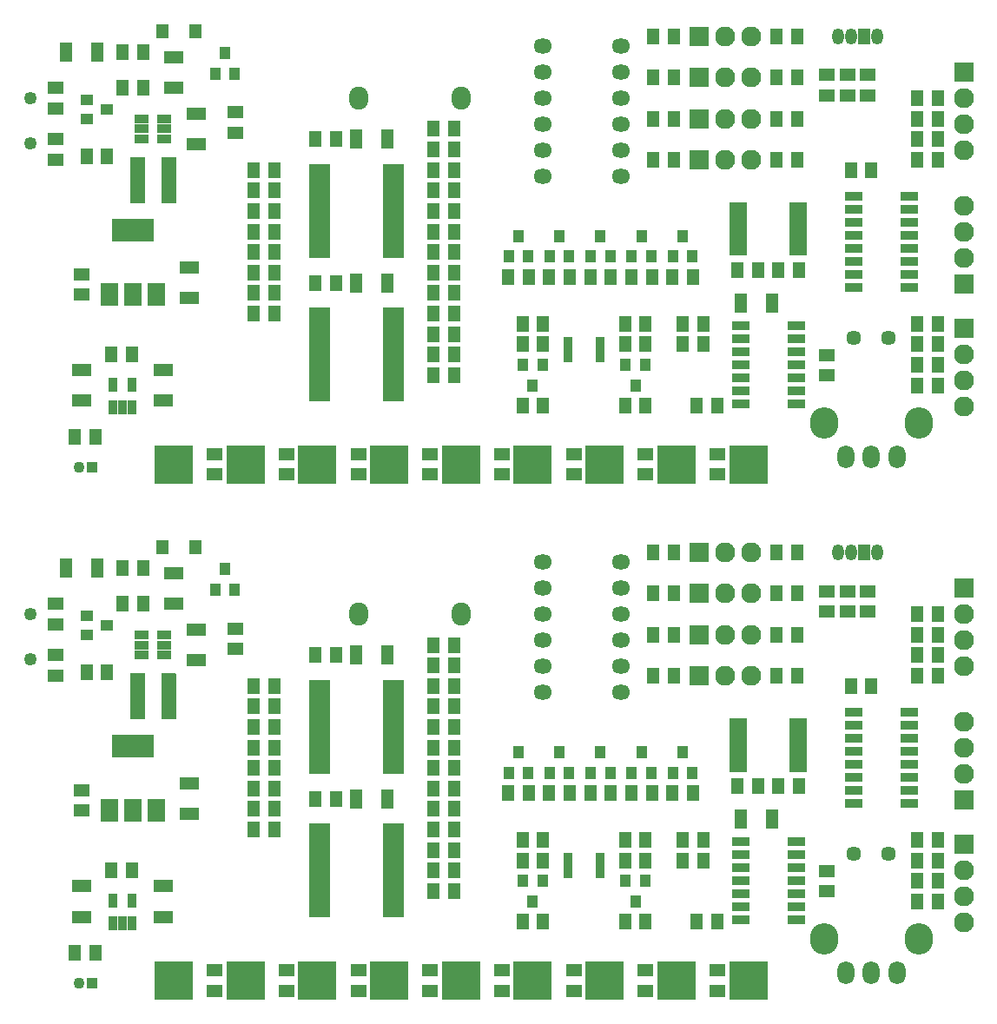
<source format=gbs>
G04 #@! TF.GenerationSoftware,KiCad,Pcbnew,no-vcs-found-7650~57~ubuntu14.04.1*
G04 #@! TF.CreationDate,2017-02-13T23:40:00+01:00*
G04 #@! TF.ProjectId,Wifi_PB_panel,576966695F50425F70616E656C2E6B69,V0.1*
G04 #@! TF.FileFunction,Soldermask,Bot*
G04 #@! TF.FilePolarity,Negative*
%FSLAX46Y46*%
G04 Gerber Fmt 4.6, Leading zero omitted, Abs format (unit mm)*
G04 Created by KiCad (PCBNEW no-vcs-found-7650~57~ubuntu14.04.1) date Mon Feb 13 23:40:00 2017*
%MOMM*%
%LPD*%
G01*
G04 APERTURE LIST*
%ADD10C,0.100000*%
%ADD11R,1.254000X1.554000*%
%ADD12R,1.554000X1.254000*%
%ADD13R,1.054000X1.154000*%
%ADD14R,1.854000X1.254000*%
%ADD15R,1.254000X1.504000*%
%ADD16R,1.504000X1.254000*%
%ADD17R,4.054000X2.254000*%
%ADD18R,1.754000X2.254000*%
%ADD19R,1.754000X0.854000*%
%ADD20R,0.904000X1.314000*%
%ADD21O,1.854000X2.254000*%
%ADD22R,1.164000X1.474000*%
%ADD23R,1.954000X1.954000*%
%ADD24O,1.954000X1.954000*%
%ADD25O,1.778000X1.454000*%
%ADD26O,1.154000X1.554000*%
%ADD27R,1.154000X1.554000*%
%ADD28C,1.454000*%
%ADD29R,1.754000X0.704000*%
%ADD30R,2.004000X0.704000*%
%ADD31R,1.154000X1.054000*%
%ADD32R,1.104000X1.104000*%
%ADD33C,1.104000*%
%ADD34R,3.754000X3.754000*%
%ADD35R,1.254000X1.854000*%
%ADD36O,2.754000X3.054000*%
%ADD37O,1.654000X2.254000*%
%ADD38R,0.904000X0.554000*%
%ADD39C,1.254000*%
%ADD40R,1.314000X0.904000*%
G04 APERTURE END LIST*
D10*
D11*
X114000000Y-86800000D03*
X116000000Y-86800000D03*
X114000000Y-90300000D03*
X116000000Y-90300000D03*
X112500000Y-97000000D03*
X110500000Y-97000000D03*
X191500000Y-93300000D03*
X193500000Y-93300000D03*
X191500000Y-119300000D03*
X193500000Y-119300000D03*
X163000000Y-121300000D03*
X165000000Y-121300000D03*
X193500000Y-97300000D03*
X191500000Y-97300000D03*
D12*
X107500000Y-92300000D03*
X107500000Y-90300000D03*
D11*
X146300000Y-94300000D03*
X144300000Y-94300000D03*
X155000000Y-115300000D03*
X153000000Y-115300000D03*
D13*
X169550000Y-106750000D03*
X167650000Y-106750000D03*
X168600000Y-104750000D03*
D14*
X121190000Y-95790000D03*
X121190000Y-92790000D03*
D15*
X191500000Y-95300000D03*
X193500000Y-95300000D03*
X134800000Y-109300000D03*
X132800000Y-109300000D03*
D16*
X110000000Y-110450000D03*
X110000000Y-108450000D03*
D11*
X155000000Y-121300000D03*
X153000000Y-121300000D03*
X165000000Y-115300000D03*
X163000000Y-115300000D03*
X144300000Y-100300000D03*
X146300000Y-100300000D03*
D17*
X115000000Y-104150000D03*
D18*
X115000000Y-110450000D03*
X112700000Y-110450000D03*
X117300000Y-110450000D03*
D11*
X146300000Y-104300000D03*
X144300000Y-104300000D03*
D14*
X110000000Y-117800000D03*
X110000000Y-120800000D03*
D12*
X158000000Y-128000000D03*
X158000000Y-126000000D03*
X151000000Y-126000000D03*
X151000000Y-128000000D03*
D19*
X185300000Y-109745000D03*
X185300000Y-108475000D03*
X185300000Y-107205000D03*
X185300000Y-105935000D03*
X185300000Y-104665000D03*
X185300000Y-103395000D03*
X185300000Y-102125000D03*
X185300000Y-100855000D03*
X190700000Y-100855000D03*
X190700000Y-102125000D03*
X190700000Y-103395000D03*
X190700000Y-104665000D03*
X190700000Y-105935000D03*
X190700000Y-107205000D03*
X190700000Y-108475000D03*
X190700000Y-109745000D03*
D20*
X114950000Y-121400000D03*
X114000000Y-121400000D03*
X113050000Y-121400000D03*
X113050000Y-119200000D03*
X114950000Y-119200000D03*
D11*
X170000000Y-121300000D03*
X172000000Y-121300000D03*
X167750000Y-85300000D03*
X165750000Y-85300000D03*
D12*
X107500000Y-95300000D03*
X107500000Y-97300000D03*
D21*
X137000000Y-91300000D03*
X147000000Y-91300000D03*
D13*
X161550000Y-106750000D03*
X159650000Y-106750000D03*
X160600000Y-104750000D03*
D15*
X134800000Y-95300000D03*
X132800000Y-95300000D03*
D22*
X121135000Y-84800000D03*
X117865000Y-84800000D03*
D23*
X170210000Y-89300000D03*
D24*
X172750000Y-89300000D03*
X175290000Y-89300000D03*
D11*
X175951854Y-108049480D03*
X173951854Y-108049480D03*
X146300000Y-118300000D03*
X144300000Y-118300000D03*
X144300000Y-114300000D03*
X146300000Y-114300000D03*
D12*
X172000000Y-128000000D03*
X172000000Y-126000000D03*
X165000000Y-126000000D03*
X165000000Y-128000000D03*
D11*
X128800000Y-104300000D03*
X126800000Y-104300000D03*
X126800000Y-102300000D03*
X128800000Y-102300000D03*
D25*
X162620000Y-98920000D03*
X162620000Y-96380000D03*
X162620000Y-93840000D03*
X162620000Y-91300000D03*
X162620000Y-88760000D03*
X162620000Y-86220000D03*
X155000000Y-98920000D03*
X155000000Y-96380000D03*
X155000000Y-93840000D03*
X155000000Y-91300000D03*
X155000000Y-88760000D03*
X155000000Y-86220000D03*
D26*
X187540000Y-85300000D03*
X183730000Y-85300000D03*
D27*
X186270000Y-85300000D03*
D26*
X185000000Y-85300000D03*
D10*
G36*
X116161426Y-97073350D02*
X116168483Y-97074397D01*
X116175404Y-97076130D01*
X116182121Y-97078534D01*
X116188571Y-97081584D01*
X116194690Y-97085252D01*
X116200420Y-97089502D01*
X116205707Y-97094293D01*
X116210498Y-97099580D01*
X116214748Y-97105310D01*
X116218416Y-97111429D01*
X116221466Y-97117879D01*
X116223870Y-97124596D01*
X116225603Y-97131517D01*
X116226650Y-97138574D01*
X116227000Y-97145700D01*
X116227000Y-101454300D01*
X116226650Y-101461426D01*
X116225603Y-101468483D01*
X116223870Y-101475404D01*
X116221466Y-101482121D01*
X116218416Y-101488571D01*
X116214748Y-101494690D01*
X116210498Y-101500420D01*
X116205707Y-101505707D01*
X116200420Y-101510498D01*
X116194690Y-101514748D01*
X116188571Y-101518416D01*
X116182121Y-101521466D01*
X116175404Y-101523870D01*
X116168483Y-101525603D01*
X116161426Y-101526650D01*
X116154300Y-101527000D01*
X114845700Y-101527000D01*
X114838574Y-101526650D01*
X114831517Y-101525603D01*
X114824596Y-101523870D01*
X114817879Y-101521466D01*
X114811429Y-101518416D01*
X114805310Y-101514748D01*
X114799580Y-101510498D01*
X114794293Y-101505707D01*
X114789502Y-101500420D01*
X114785252Y-101494690D01*
X114781584Y-101488571D01*
X114778534Y-101482121D01*
X114776130Y-101475404D01*
X114774397Y-101468483D01*
X114773350Y-101461426D01*
X114773000Y-101454300D01*
X114773000Y-97145700D01*
X114773350Y-97138574D01*
X114774397Y-97131517D01*
X114776130Y-97124596D01*
X114778534Y-97117879D01*
X114781584Y-97111429D01*
X114785252Y-97105310D01*
X114789502Y-97099580D01*
X114794293Y-97094293D01*
X114799580Y-97089502D01*
X114805310Y-97085252D01*
X114811429Y-97081584D01*
X114817879Y-97078534D01*
X114824596Y-97076130D01*
X114831517Y-97074397D01*
X114838574Y-97073350D01*
X114845700Y-97073000D01*
X116154300Y-97073000D01*
X116161426Y-97073350D01*
X116161426Y-97073350D01*
G37*
D28*
X115500000Y-99300000D03*
D10*
G36*
X119161426Y-97073350D02*
X119168483Y-97074397D01*
X119175404Y-97076130D01*
X119182121Y-97078534D01*
X119188571Y-97081584D01*
X119194690Y-97085252D01*
X119200420Y-97089502D01*
X119205707Y-97094293D01*
X119210498Y-97099580D01*
X119214748Y-97105310D01*
X119218416Y-97111429D01*
X119221466Y-97117879D01*
X119223870Y-97124596D01*
X119225603Y-97131517D01*
X119226650Y-97138574D01*
X119227000Y-97145700D01*
X119227000Y-101454300D01*
X119226650Y-101461426D01*
X119225603Y-101468483D01*
X119223870Y-101475404D01*
X119221466Y-101482121D01*
X119218416Y-101488571D01*
X119214748Y-101494690D01*
X119210498Y-101500420D01*
X119205707Y-101505707D01*
X119200420Y-101510498D01*
X119194690Y-101514748D01*
X119188571Y-101518416D01*
X119182121Y-101521466D01*
X119175404Y-101523870D01*
X119168483Y-101525603D01*
X119161426Y-101526650D01*
X119154300Y-101527000D01*
X117845700Y-101527000D01*
X117838574Y-101526650D01*
X117831517Y-101525603D01*
X117824596Y-101523870D01*
X117817879Y-101521466D01*
X117811429Y-101518416D01*
X117805310Y-101514748D01*
X117799580Y-101510498D01*
X117794293Y-101505707D01*
X117789502Y-101500420D01*
X117785252Y-101494690D01*
X117781584Y-101488571D01*
X117778534Y-101482121D01*
X117776130Y-101475404D01*
X117774397Y-101468483D01*
X117773350Y-101461426D01*
X117773000Y-101454300D01*
X117773000Y-97145700D01*
X117773350Y-97138574D01*
X117774397Y-97131517D01*
X117776130Y-97124596D01*
X117778534Y-97117879D01*
X117781584Y-97111429D01*
X117785252Y-97105310D01*
X117789502Y-97099580D01*
X117794293Y-97094293D01*
X117799580Y-97089502D01*
X117805310Y-97085252D01*
X117811429Y-97081584D01*
X117817879Y-97078534D01*
X117824596Y-97076130D01*
X117831517Y-97074397D01*
X117838574Y-97073350D01*
X117845700Y-97073000D01*
X119154300Y-97073000D01*
X119161426Y-97073350D01*
X119161426Y-97073350D01*
G37*
D28*
X118500000Y-99300000D03*
D29*
X174001854Y-106324480D03*
X174001854Y-105674480D03*
X174001854Y-105024480D03*
X174001854Y-104374480D03*
X174001854Y-103724480D03*
X174001854Y-103074480D03*
X174001854Y-102424480D03*
X174001854Y-101774480D03*
X179901854Y-101774480D03*
X179901854Y-102424480D03*
X179901854Y-103074480D03*
X179901854Y-103724480D03*
X179901854Y-104374480D03*
X179901854Y-105024480D03*
X179901854Y-105674480D03*
X179901854Y-106324480D03*
D23*
X196000000Y-88760000D03*
D24*
X196000000Y-91300000D03*
X196000000Y-93840000D03*
X196000000Y-96380000D03*
D30*
X133200000Y-106525000D03*
X133200000Y-105875000D03*
X133200000Y-105225000D03*
X133200000Y-104575000D03*
X133200000Y-103925000D03*
X133200000Y-103275000D03*
X133200000Y-102625000D03*
X133200000Y-101975000D03*
X133200000Y-101325000D03*
X133200000Y-100675000D03*
X133200000Y-100025000D03*
X133200000Y-99375000D03*
X133200000Y-98725000D03*
X133200000Y-98075000D03*
X140400000Y-98075000D03*
X140400000Y-98725000D03*
X140400000Y-99375000D03*
X140400000Y-100025000D03*
X140400000Y-100675000D03*
X140400000Y-101325000D03*
X140400000Y-101975000D03*
X140400000Y-102625000D03*
X140400000Y-103275000D03*
X140400000Y-103925000D03*
X140400000Y-104575000D03*
X140400000Y-105225000D03*
X140400000Y-105875000D03*
X140400000Y-106525000D03*
D13*
X164000000Y-119300000D03*
X164950000Y-117300000D03*
X163050000Y-117300000D03*
D31*
X110500000Y-93350000D03*
X110500000Y-91450000D03*
X112500000Y-92400000D03*
D11*
X159600000Y-108750000D03*
X161600000Y-108750000D03*
X144300000Y-108300000D03*
X146300000Y-108300000D03*
D23*
X170210000Y-97300000D03*
D24*
X172750000Y-97300000D03*
X175290000Y-97300000D03*
D12*
X184650000Y-91050000D03*
X184650000Y-89050000D03*
X182650000Y-91050000D03*
X182650000Y-89050000D03*
X124990000Y-94690000D03*
X124990000Y-92690000D03*
D14*
X119000000Y-87300000D03*
X119000000Y-90300000D03*
D13*
X164600000Y-104750000D03*
X163650000Y-106750000D03*
X165550000Y-106750000D03*
D11*
X165600000Y-108750000D03*
X163600000Y-108750000D03*
X128800000Y-100300000D03*
X126800000Y-100300000D03*
D15*
X187000000Y-98300000D03*
X185000000Y-98300000D03*
X193500000Y-113300000D03*
X191500000Y-113300000D03*
X170600000Y-115300000D03*
X168600000Y-115300000D03*
D12*
X144000000Y-128000000D03*
X144000000Y-126000000D03*
D32*
X111000000Y-127300000D03*
D33*
X109750000Y-127300000D03*
D15*
X168600000Y-113300000D03*
X170600000Y-113300000D03*
D34*
X126000000Y-127000000D03*
D11*
X153600000Y-108750000D03*
X151600000Y-108750000D03*
X144300000Y-106300000D03*
X146300000Y-106300000D03*
D15*
X191500000Y-117300000D03*
X193500000Y-117300000D03*
D11*
X193500000Y-115300000D03*
X191500000Y-115300000D03*
D34*
X147000000Y-127000000D03*
X140000000Y-127000000D03*
X133000000Y-127000000D03*
X154000000Y-127000000D03*
D30*
X140400000Y-120525000D03*
X140400000Y-119875000D03*
X140400000Y-119225000D03*
X140400000Y-118575000D03*
X140400000Y-117925000D03*
X140400000Y-117275000D03*
X140400000Y-116625000D03*
X140400000Y-115975000D03*
X140400000Y-115325000D03*
X140400000Y-114675000D03*
X140400000Y-114025000D03*
X140400000Y-113375000D03*
X140400000Y-112725000D03*
X140400000Y-112075000D03*
X133200000Y-112075000D03*
X133200000Y-112725000D03*
X133200000Y-113375000D03*
X133200000Y-114025000D03*
X133200000Y-114675000D03*
X133200000Y-115325000D03*
X133200000Y-115975000D03*
X133200000Y-116625000D03*
X133200000Y-117275000D03*
X133200000Y-117925000D03*
X133200000Y-118575000D03*
X133200000Y-119225000D03*
X133200000Y-119875000D03*
X133200000Y-120525000D03*
D11*
X126800000Y-110300000D03*
X128800000Y-110300000D03*
X128800000Y-112300000D03*
X126800000Y-112300000D03*
X128800000Y-98300000D03*
X126800000Y-98300000D03*
X144300000Y-116300000D03*
X146300000Y-116300000D03*
D13*
X153050000Y-117300000D03*
X154950000Y-117300000D03*
X154000000Y-119300000D03*
X152600000Y-104750000D03*
X151650000Y-106750000D03*
X153550000Y-106750000D03*
D28*
X185280000Y-114660000D03*
X188680000Y-114660000D03*
D15*
X153000000Y-113300000D03*
X155000000Y-113300000D03*
D13*
X124950000Y-88900000D03*
X123050000Y-88900000D03*
X124000000Y-86900000D03*
D15*
X191500000Y-91300000D03*
X193500000Y-91300000D03*
D24*
X175290000Y-93300000D03*
X172750000Y-93300000D03*
D23*
X170210000Y-93300000D03*
D35*
X177300000Y-111280000D03*
X174300000Y-111280000D03*
D11*
X128800000Y-108300000D03*
X126800000Y-108300000D03*
D19*
X179700000Y-113490000D03*
X179700000Y-114760000D03*
X179700000Y-116030000D03*
X179700000Y-117300000D03*
X179700000Y-118570000D03*
X179700000Y-119840000D03*
X179700000Y-121110000D03*
X174300000Y-121110000D03*
X174300000Y-119840000D03*
X174300000Y-118570000D03*
X174300000Y-117300000D03*
X174300000Y-116030000D03*
X174300000Y-114760000D03*
X174300000Y-113490000D03*
D35*
X108500000Y-86800000D03*
X111500000Y-86800000D03*
D11*
X146300000Y-110300000D03*
X144300000Y-110300000D03*
D15*
X179951854Y-108049480D03*
X177951854Y-108049480D03*
D14*
X120500000Y-107800000D03*
X120500000Y-110800000D03*
D23*
X196000000Y-109400000D03*
D24*
X196000000Y-106860000D03*
X196000000Y-104320000D03*
X196000000Y-101780000D03*
D15*
X165000000Y-113300000D03*
X163000000Y-113300000D03*
X179750000Y-85300000D03*
X177750000Y-85300000D03*
X177750000Y-89300000D03*
X179750000Y-89300000D03*
D36*
X191600000Y-123000000D03*
X182400000Y-123000000D03*
D37*
X189500000Y-126300000D03*
X184500000Y-126300000D03*
X187000000Y-126300000D03*
D14*
X118000000Y-117800000D03*
X118000000Y-120800000D03*
D15*
X179750000Y-93300000D03*
X177750000Y-93300000D03*
D12*
X123000000Y-126000000D03*
X123000000Y-128000000D03*
D11*
X165750000Y-97300000D03*
X167750000Y-97300000D03*
X126800000Y-106300000D03*
X128800000Y-106300000D03*
D24*
X175290000Y-85300000D03*
X172750000Y-85300000D03*
D23*
X170210000Y-85300000D03*
D11*
X109340000Y-124300000D03*
X111340000Y-124300000D03*
X112900000Y-116300000D03*
X114900000Y-116300000D03*
X144300000Y-96300000D03*
X146300000Y-96300000D03*
X155600000Y-108750000D03*
X157600000Y-108750000D03*
D13*
X156600000Y-104750000D03*
X155650000Y-106750000D03*
X157550000Y-106750000D03*
D38*
X160550000Y-114800000D03*
X160550000Y-115300000D03*
X160550000Y-115800000D03*
X160550000Y-116300000D03*
X160550000Y-116800000D03*
X157450000Y-116800000D03*
X157450000Y-116300000D03*
X157450000Y-115800000D03*
X157450000Y-115300000D03*
X157450000Y-114800000D03*
D15*
X177750000Y-97300000D03*
X179750000Y-97300000D03*
D35*
X136800000Y-95300000D03*
X139800000Y-95300000D03*
D11*
X146300000Y-112300000D03*
X144300000Y-112300000D03*
X146300000Y-102300000D03*
X144300000Y-102300000D03*
X146300000Y-98300000D03*
X144300000Y-98300000D03*
D24*
X196000000Y-121380000D03*
X196000000Y-118840000D03*
X196000000Y-116300000D03*
D23*
X196000000Y-113760000D03*
D34*
X119000000Y-127000000D03*
D12*
X137000000Y-126000000D03*
X137000000Y-128000000D03*
X130000000Y-128000000D03*
X130000000Y-126000000D03*
D39*
X105000000Y-95700000D03*
X105000000Y-91300000D03*
D35*
X139800000Y-109300000D03*
X136800000Y-109300000D03*
D12*
X186650000Y-89050000D03*
X186650000Y-91050000D03*
X182670000Y-116340000D03*
X182670000Y-118340000D03*
D40*
X115900000Y-95250000D03*
X115900000Y-94300000D03*
X115900000Y-93350000D03*
X118100000Y-93350000D03*
X118100000Y-95250000D03*
X118100000Y-94300000D03*
D34*
X175000000Y-127000000D03*
X168000000Y-127000000D03*
X161000000Y-127000000D03*
D11*
X167750000Y-93300000D03*
X165750000Y-93300000D03*
X165750000Y-89300000D03*
X167750000Y-89300000D03*
X169600000Y-108750000D03*
X167600000Y-108750000D03*
D40*
X118100000Y-44000000D03*
X118100000Y-44950000D03*
X118100000Y-43050000D03*
X115900000Y-43050000D03*
X115900000Y-44000000D03*
X115900000Y-44950000D03*
D30*
X140400000Y-56225000D03*
X140400000Y-55575000D03*
X140400000Y-54925000D03*
X140400000Y-54275000D03*
X140400000Y-53625000D03*
X140400000Y-52975000D03*
X140400000Y-52325000D03*
X140400000Y-51675000D03*
X140400000Y-51025000D03*
X140400000Y-50375000D03*
X140400000Y-49725000D03*
X140400000Y-49075000D03*
X140400000Y-48425000D03*
X140400000Y-47775000D03*
X133200000Y-47775000D03*
X133200000Y-48425000D03*
X133200000Y-49075000D03*
X133200000Y-49725000D03*
X133200000Y-50375000D03*
X133200000Y-51025000D03*
X133200000Y-51675000D03*
X133200000Y-52325000D03*
X133200000Y-52975000D03*
X133200000Y-53625000D03*
X133200000Y-54275000D03*
X133200000Y-54925000D03*
X133200000Y-55575000D03*
X133200000Y-56225000D03*
X133200000Y-70225000D03*
X133200000Y-69575000D03*
X133200000Y-68925000D03*
X133200000Y-68275000D03*
X133200000Y-67625000D03*
X133200000Y-66975000D03*
X133200000Y-66325000D03*
X133200000Y-65675000D03*
X133200000Y-65025000D03*
X133200000Y-64375000D03*
X133200000Y-63725000D03*
X133200000Y-63075000D03*
X133200000Y-62425000D03*
X133200000Y-61775000D03*
X140400000Y-61775000D03*
X140400000Y-62425000D03*
X140400000Y-63075000D03*
X140400000Y-63725000D03*
X140400000Y-64375000D03*
X140400000Y-65025000D03*
X140400000Y-65675000D03*
X140400000Y-66325000D03*
X140400000Y-66975000D03*
X140400000Y-67625000D03*
X140400000Y-68275000D03*
X140400000Y-68925000D03*
X140400000Y-69575000D03*
X140400000Y-70225000D03*
D38*
X157450000Y-64500000D03*
X157450000Y-65000000D03*
X157450000Y-65500000D03*
X157450000Y-66000000D03*
X157450000Y-66500000D03*
X160550000Y-66500000D03*
X160550000Y-66000000D03*
X160550000Y-65500000D03*
X160550000Y-65000000D03*
X160550000Y-64500000D03*
D29*
X179901854Y-56024480D03*
X179901854Y-55374480D03*
X179901854Y-54724480D03*
X179901854Y-54074480D03*
X179901854Y-53424480D03*
X179901854Y-52774480D03*
X179901854Y-52124480D03*
X179901854Y-51474480D03*
X174001854Y-51474480D03*
X174001854Y-52124480D03*
X174001854Y-52774480D03*
X174001854Y-53424480D03*
X174001854Y-54074480D03*
X174001854Y-54724480D03*
X174001854Y-55374480D03*
X174001854Y-56024480D03*
D19*
X174300000Y-63190000D03*
X174300000Y-64460000D03*
X174300000Y-65730000D03*
X174300000Y-67000000D03*
X174300000Y-68270000D03*
X174300000Y-69540000D03*
X174300000Y-70810000D03*
X179700000Y-70810000D03*
X179700000Y-69540000D03*
X179700000Y-68270000D03*
X179700000Y-67000000D03*
X179700000Y-65730000D03*
X179700000Y-64460000D03*
X179700000Y-63190000D03*
X190700000Y-59445000D03*
X190700000Y-58175000D03*
X190700000Y-56905000D03*
X190700000Y-55635000D03*
X190700000Y-54365000D03*
X190700000Y-53095000D03*
X190700000Y-51825000D03*
X190700000Y-50555000D03*
X185300000Y-50555000D03*
X185300000Y-51825000D03*
X185300000Y-53095000D03*
X185300000Y-54365000D03*
X185300000Y-55635000D03*
X185300000Y-56905000D03*
X185300000Y-58175000D03*
X185300000Y-59445000D03*
D25*
X155000000Y-35920000D03*
X155000000Y-38460000D03*
X155000000Y-41000000D03*
X155000000Y-43540000D03*
X155000000Y-46080000D03*
X155000000Y-48620000D03*
X162620000Y-35920000D03*
X162620000Y-38460000D03*
X162620000Y-41000000D03*
X162620000Y-43540000D03*
X162620000Y-46080000D03*
X162620000Y-48620000D03*
D21*
X147000000Y-41000000D03*
X137000000Y-41000000D03*
D14*
X110000000Y-70500000D03*
X110000000Y-67500000D03*
D16*
X110000000Y-58150000D03*
X110000000Y-60150000D03*
D14*
X120500000Y-60500000D03*
X120500000Y-57500000D03*
X118000000Y-70500000D03*
X118000000Y-67500000D03*
D35*
X111500000Y-36500000D03*
X108500000Y-36500000D03*
D15*
X155000000Y-63000000D03*
X153000000Y-63000000D03*
X163000000Y-63000000D03*
X165000000Y-63000000D03*
D35*
X139800000Y-45000000D03*
X136800000Y-45000000D03*
X136800000Y-59000000D03*
X139800000Y-59000000D03*
D15*
X132800000Y-45000000D03*
X134800000Y-45000000D03*
X132800000Y-59000000D03*
X134800000Y-59000000D03*
X168600000Y-65000000D03*
X170600000Y-65000000D03*
X170600000Y-63000000D03*
X168600000Y-63000000D03*
D35*
X174300000Y-60980000D03*
X177300000Y-60980000D03*
D15*
X177951854Y-57749480D03*
X179951854Y-57749480D03*
X177750000Y-35000000D03*
X179750000Y-35000000D03*
X179750000Y-39000000D03*
X177750000Y-39000000D03*
X177750000Y-43000000D03*
X179750000Y-43000000D03*
X179750000Y-47000000D03*
X177750000Y-47000000D03*
X191500000Y-63000000D03*
X193500000Y-63000000D03*
X185000000Y-48000000D03*
X187000000Y-48000000D03*
X193500000Y-67000000D03*
X191500000Y-67000000D03*
X193500000Y-41000000D03*
X191500000Y-41000000D03*
X193500000Y-45000000D03*
X191500000Y-45000000D03*
D14*
X121190000Y-42490000D03*
X121190000Y-45490000D03*
X119000000Y-40000000D03*
X119000000Y-37000000D03*
D10*
G36*
X119161426Y-46773350D02*
X119168483Y-46774397D01*
X119175404Y-46776130D01*
X119182121Y-46778534D01*
X119188571Y-46781584D01*
X119194690Y-46785252D01*
X119200420Y-46789502D01*
X119205707Y-46794293D01*
X119210498Y-46799580D01*
X119214748Y-46805310D01*
X119218416Y-46811429D01*
X119221466Y-46817879D01*
X119223870Y-46824596D01*
X119225603Y-46831517D01*
X119226650Y-46838574D01*
X119227000Y-46845700D01*
X119227000Y-51154300D01*
X119226650Y-51161426D01*
X119225603Y-51168483D01*
X119223870Y-51175404D01*
X119221466Y-51182121D01*
X119218416Y-51188571D01*
X119214748Y-51194690D01*
X119210498Y-51200420D01*
X119205707Y-51205707D01*
X119200420Y-51210498D01*
X119194690Y-51214748D01*
X119188571Y-51218416D01*
X119182121Y-51221466D01*
X119175404Y-51223870D01*
X119168483Y-51225603D01*
X119161426Y-51226650D01*
X119154300Y-51227000D01*
X117845700Y-51227000D01*
X117838574Y-51226650D01*
X117831517Y-51225603D01*
X117824596Y-51223870D01*
X117817879Y-51221466D01*
X117811429Y-51218416D01*
X117805310Y-51214748D01*
X117799580Y-51210498D01*
X117794293Y-51205707D01*
X117789502Y-51200420D01*
X117785252Y-51194690D01*
X117781584Y-51188571D01*
X117778534Y-51182121D01*
X117776130Y-51175404D01*
X117774397Y-51168483D01*
X117773350Y-51161426D01*
X117773000Y-51154300D01*
X117773000Y-46845700D01*
X117773350Y-46838574D01*
X117774397Y-46831517D01*
X117776130Y-46824596D01*
X117778534Y-46817879D01*
X117781584Y-46811429D01*
X117785252Y-46805310D01*
X117789502Y-46799580D01*
X117794293Y-46794293D01*
X117799580Y-46789502D01*
X117805310Y-46785252D01*
X117811429Y-46781584D01*
X117817879Y-46778534D01*
X117824596Y-46776130D01*
X117831517Y-46774397D01*
X117838574Y-46773350D01*
X117845700Y-46773000D01*
X119154300Y-46773000D01*
X119161426Y-46773350D01*
X119161426Y-46773350D01*
G37*
D28*
X118500000Y-49000000D03*
D10*
G36*
X116161426Y-46773350D02*
X116168483Y-46774397D01*
X116175404Y-46776130D01*
X116182121Y-46778534D01*
X116188571Y-46781584D01*
X116194690Y-46785252D01*
X116200420Y-46789502D01*
X116205707Y-46794293D01*
X116210498Y-46799580D01*
X116214748Y-46805310D01*
X116218416Y-46811429D01*
X116221466Y-46817879D01*
X116223870Y-46824596D01*
X116225603Y-46831517D01*
X116226650Y-46838574D01*
X116227000Y-46845700D01*
X116227000Y-51154300D01*
X116226650Y-51161426D01*
X116225603Y-51168483D01*
X116223870Y-51175404D01*
X116221466Y-51182121D01*
X116218416Y-51188571D01*
X116214748Y-51194690D01*
X116210498Y-51200420D01*
X116205707Y-51205707D01*
X116200420Y-51210498D01*
X116194690Y-51214748D01*
X116188571Y-51218416D01*
X116182121Y-51221466D01*
X116175404Y-51223870D01*
X116168483Y-51225603D01*
X116161426Y-51226650D01*
X116154300Y-51227000D01*
X114845700Y-51227000D01*
X114838574Y-51226650D01*
X114831517Y-51225603D01*
X114824596Y-51223870D01*
X114817879Y-51221466D01*
X114811429Y-51218416D01*
X114805310Y-51214748D01*
X114799580Y-51210498D01*
X114794293Y-51205707D01*
X114789502Y-51200420D01*
X114785252Y-51194690D01*
X114781584Y-51188571D01*
X114778534Y-51182121D01*
X114776130Y-51175404D01*
X114774397Y-51168483D01*
X114773350Y-51161426D01*
X114773000Y-51154300D01*
X114773000Y-46845700D01*
X114773350Y-46838574D01*
X114774397Y-46831517D01*
X114776130Y-46824596D01*
X114778534Y-46817879D01*
X114781584Y-46811429D01*
X114785252Y-46805310D01*
X114789502Y-46799580D01*
X114794293Y-46794293D01*
X114799580Y-46789502D01*
X114805310Y-46785252D01*
X114811429Y-46781584D01*
X114817879Y-46778534D01*
X114824596Y-46776130D01*
X114831517Y-46774397D01*
X114838574Y-46773350D01*
X114845700Y-46773000D01*
X116154300Y-46773000D01*
X116161426Y-46773350D01*
X116161426Y-46773350D01*
G37*
D28*
X115500000Y-49000000D03*
D26*
X185000000Y-35000000D03*
D27*
X186270000Y-35000000D03*
D26*
X183730000Y-35000000D03*
X187540000Y-35000000D03*
D23*
X170210000Y-35000000D03*
D24*
X172750000Y-35000000D03*
X175290000Y-35000000D03*
X175290000Y-39000000D03*
X172750000Y-39000000D03*
D23*
X170210000Y-39000000D03*
X170210000Y-43000000D03*
D24*
X172750000Y-43000000D03*
X175290000Y-43000000D03*
X175290000Y-47000000D03*
X172750000Y-47000000D03*
D23*
X170210000Y-47000000D03*
D34*
X126000000Y-76700000D03*
X133000000Y-76700000D03*
X140000000Y-76700000D03*
X147000000Y-76700000D03*
X119000000Y-76700000D03*
D23*
X196000000Y-63460000D03*
D24*
X196000000Y-66000000D03*
X196000000Y-68540000D03*
X196000000Y-71080000D03*
X196000000Y-46080000D03*
X196000000Y-43540000D03*
X196000000Y-41000000D03*
D23*
X196000000Y-38460000D03*
D34*
X154000000Y-76700000D03*
X161000000Y-76700000D03*
X168000000Y-76700000D03*
X175000000Y-76700000D03*
D13*
X154000000Y-69000000D03*
X154950000Y-67000000D03*
X153050000Y-67000000D03*
X163050000Y-67000000D03*
X164950000Y-67000000D03*
X164000000Y-69000000D03*
X153550000Y-56450000D03*
X151650000Y-56450000D03*
X152600000Y-54450000D03*
X157550000Y-56450000D03*
X155650000Y-56450000D03*
X156600000Y-54450000D03*
X160600000Y-54450000D03*
X159650000Y-56450000D03*
X161550000Y-56450000D03*
X165550000Y-56450000D03*
X163650000Y-56450000D03*
X164600000Y-54450000D03*
X168600000Y-54450000D03*
X167650000Y-56450000D03*
X169550000Y-56450000D03*
D31*
X112500000Y-42100000D03*
X110500000Y-41150000D03*
X110500000Y-43050000D03*
D13*
X124000000Y-36600000D03*
X123050000Y-38600000D03*
X124950000Y-38600000D03*
D11*
X111340000Y-74000000D03*
X109340000Y-74000000D03*
X114900000Y-66000000D03*
X112900000Y-66000000D03*
X153000000Y-65000000D03*
X155000000Y-65000000D03*
X163000000Y-65000000D03*
X165000000Y-65000000D03*
X153000000Y-71000000D03*
X155000000Y-71000000D03*
X165000000Y-71000000D03*
X163000000Y-71000000D03*
X173951854Y-57749480D03*
X175951854Y-57749480D03*
X165750000Y-35000000D03*
X167750000Y-35000000D03*
X167750000Y-39000000D03*
X165750000Y-39000000D03*
X165750000Y-43000000D03*
X167750000Y-43000000D03*
X167750000Y-47000000D03*
X165750000Y-47000000D03*
X144300000Y-60000000D03*
X146300000Y-60000000D03*
X126800000Y-62000000D03*
X128800000Y-62000000D03*
X128800000Y-60000000D03*
X126800000Y-60000000D03*
X126800000Y-58000000D03*
X128800000Y-58000000D03*
X128800000Y-56000000D03*
X126800000Y-56000000D03*
X144300000Y-48000000D03*
X146300000Y-48000000D03*
X144300000Y-52000000D03*
X146300000Y-52000000D03*
X146300000Y-56000000D03*
X144300000Y-56000000D03*
X151600000Y-58450000D03*
X153600000Y-58450000D03*
X157600000Y-58450000D03*
X155600000Y-58450000D03*
X146300000Y-46000000D03*
X144300000Y-46000000D03*
X146300000Y-50000000D03*
X144300000Y-50000000D03*
X144300000Y-54000000D03*
X146300000Y-54000000D03*
X146300000Y-58000000D03*
X144300000Y-58000000D03*
X161600000Y-58450000D03*
X159600000Y-58450000D03*
X163600000Y-58450000D03*
X165600000Y-58450000D03*
X167600000Y-58450000D03*
X169600000Y-58450000D03*
X146300000Y-66000000D03*
X144300000Y-66000000D03*
X126800000Y-48000000D03*
X128800000Y-48000000D03*
X126800000Y-50000000D03*
X128800000Y-50000000D03*
X128800000Y-52000000D03*
X126800000Y-52000000D03*
X126800000Y-54000000D03*
X128800000Y-54000000D03*
D12*
X123000000Y-77700000D03*
X123000000Y-75700000D03*
X130000000Y-75700000D03*
X130000000Y-77700000D03*
X137000000Y-77700000D03*
X137000000Y-75700000D03*
X144000000Y-75700000D03*
X144000000Y-77700000D03*
D11*
X191500000Y-65000000D03*
X193500000Y-65000000D03*
X193500000Y-69000000D03*
X191500000Y-69000000D03*
X193500000Y-43000000D03*
X191500000Y-43000000D03*
X191500000Y-47000000D03*
X193500000Y-47000000D03*
X144300000Y-44000000D03*
X146300000Y-44000000D03*
D12*
X107500000Y-40000000D03*
X107500000Y-42000000D03*
X107500000Y-47000000D03*
X107500000Y-45000000D03*
D11*
X110500000Y-46700000D03*
X112500000Y-46700000D03*
X116000000Y-40000000D03*
X114000000Y-40000000D03*
X116000000Y-36500000D03*
X114000000Y-36500000D03*
D12*
X124990000Y-42390000D03*
X124990000Y-44390000D03*
D11*
X144300000Y-62000000D03*
X146300000Y-62000000D03*
X146300000Y-64000000D03*
X144300000Y-64000000D03*
X144300000Y-68000000D03*
X146300000Y-68000000D03*
D12*
X186650000Y-40750000D03*
X186650000Y-38750000D03*
X182650000Y-38750000D03*
X182650000Y-40750000D03*
X184650000Y-38750000D03*
X184650000Y-40750000D03*
X151000000Y-77700000D03*
X151000000Y-75700000D03*
X158000000Y-75700000D03*
X158000000Y-77700000D03*
X165000000Y-77700000D03*
X165000000Y-75700000D03*
X172000000Y-75700000D03*
X172000000Y-77700000D03*
D37*
X187000000Y-76000000D03*
X184500000Y-76000000D03*
X189500000Y-76000000D03*
D36*
X182400000Y-72700000D03*
X191600000Y-72700000D03*
D20*
X114950000Y-68900000D03*
X113050000Y-68900000D03*
X113050000Y-71100000D03*
X114000000Y-71100000D03*
X114950000Y-71100000D03*
D18*
X117300000Y-60150000D03*
X112700000Y-60150000D03*
X115000000Y-60150000D03*
D17*
X115000000Y-53850000D03*
D22*
X117865000Y-34500000D03*
X121135000Y-34500000D03*
D39*
X105000000Y-41000000D03*
X105000000Y-45400000D03*
D33*
X109750000Y-77000000D03*
D32*
X111000000Y-77000000D03*
D24*
X196000000Y-51480000D03*
X196000000Y-54020000D03*
X196000000Y-56560000D03*
D23*
X196000000Y-59100000D03*
D28*
X188680000Y-64360000D03*
X185280000Y-64360000D03*
D12*
X182670000Y-68040000D03*
X182670000Y-66040000D03*
D11*
X172000000Y-71000000D03*
X170000000Y-71000000D03*
M02*

</source>
